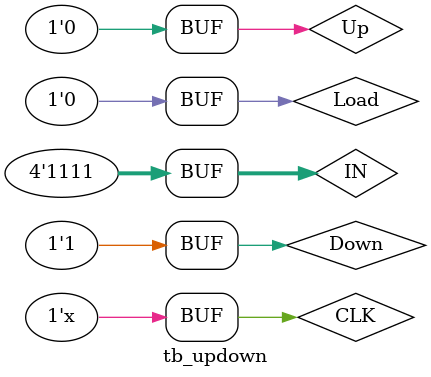
<source format=v>
module tb_updown ();
 reg [3: 0] IN; 
 reg Up, Down, Load;
 reg CLK=0;
 wire [3: 0] 	OUT;
 
 
 updown DUT (OUT, Up, Down, Load, IN, CLK);
 
 always #10 CLK = ~CLK;
 
 
 initial
 begin
 
 IN=4'b1111;Load=1'b1;Up=1'b0; Down=1'b0;
 #15  Load=1'b0;Up=1'b1; Down=1'b0;
 #100  Load=1'b0;Up=1'b0; Down=1'b1;
 
 end
 endmodule

</source>
